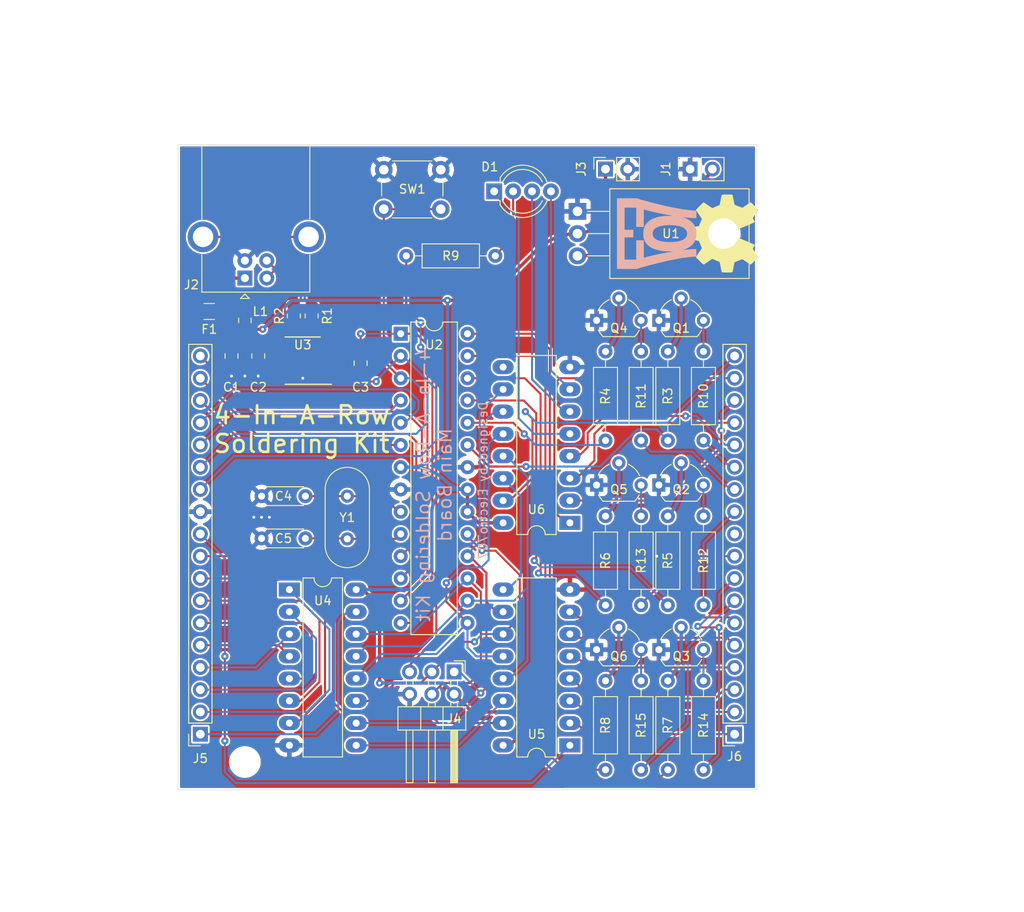
<source format=kicad_pcb>
(kicad_pcb (version 20210228) (generator pcbnew)
  (layers (0 "F.Cu" signal) (31 "B.Cu" signal) (34 "B.Paste" user) (35 "F.Paste" user) (36 "B.SilkS" user "B.Silkscreen") (37 "F.SilkS" user "F.Silkscreen") (38 "B.Mask" user) (39 "F.Mask" user) (44 "Edge.Cuts" user))
  (net 0 "")
  (net 1 "XTAL1")
  (net 2 "XTAL2")
  (net 3 "VCC")
  (net 4 "~RESET")
  (net 5 "DATA")
  (net 6 "SRCLK")
  (net 7 "~SRCLR")
  (net 8 "Net-(R3-Pad2)")
  (net 9 "Net-(R4-Pad2)")
  (net 10 "Net-(R5-Pad2)")
  (net 11 "Net-(R6-Pad2)")
  (net 12 "Button1")
  (net 13 "Button2")
  (net 14 "Button3")
  (net 15 "Button4")
  (net 16 "Button5")
  (net 17 "Button6")
  (net 18 "Button7")
  (net 19 "~OE")
  (net 20 "RCLK")
  (net 21 "Row3_LEDs")
  (net 22 "Row6_LEDs")
  (net 23 "Row2_LEDs")
  (net 24 "Row5_LEDs")
  (net 25 "Row1_LEDs")
  (net 26 "Row4_LEDs")
  (net 27 "/C4R")
  (net 28 "/C3B")
  (net 29 "/C3G")
  (net 30 "/C3R")
  (net 31 "/C2B")
  (net 32 "/C2G")
  (net 33 "/C2R")
  (net 34 "/C1B")
  (net 35 "/C1G")
  (net 36 "/C1R")
  (net 37 "/C6G")
  (net 38 "/C6B")
  (net 39 "/C7R")
  (net 40 "/C7G")
  (net 41 "/C7B")
  (net 42 "/C6R")
  (net 43 "/C5B")
  (net 44 "/C5G")
  (net 45 "/C5R")
  (net 46 "/C4B")
  (net 47 "/C4G")
  (net 48 "GND")
  (net 49 "Net-(U5-Pad9)")
  (net 50 "Net-(D1-Pad1)")
  (net 51 "Net-(D1-Pad3)")
  (net 52 "Status_LED")
  (net 53 "Net-(D1-Pad4)")
  (net 54 "Net-(R7-Pad2)")
  (net 55 "Button8")
  (net 56 "/R6")
  (net 57 "/R5")
  (net 58 "/R4")
  (net 59 "/R3")
  (net 60 "/R2")
  (net 61 "/R1")
  (net 62 "Row1_Base")
  (net 63 "Row2_Base")
  (net 64 "Row3_Base")
  (net 65 "Row4_Base")
  (net 66 "Row5_Base")
  (net 67 "Row6_Base")
  (net 68 "Net-(F1-Pad2)")
  (net 69 "Net-(F1-Pad1)")
  (net 70 "Net-(J1-Pad2)")
  (net 71 "unconnected-(J2-Pad5)")
  (net 77 "Net-(U4-Pad9)")
  (net 79 "/D+")
  (net 80 "/D-")
  (net 81 "Net-(C2-Pad1)")
  (net 82 "Net-(C3-Pad2)")
  (net 83 "/DR+")
  (net 84 "/DR-")
  (net 85 "Net-(R8-Pad2)")
  (net 86 "Net-(R9-Pad2)")
  (footprint "Connector_PinSocket_2.54mm:PinSocket_1x18_P2.54mm_Vertical" (layer "F.Cu") (at 104.14 144.78 180)
    (fp_text reference "J5")
    (fp_text value "Conn_01x18_Female")
  )
  (footprint "Connector_PinSocket_2.54mm:PinSocket_1x02_P2.54mm_Vertical" (layer "F.Cu") (at 150.368 80.264 90)
    (fp_text reference "J3")
    (fp_text value "Conn_01x02")
  )
  (footprint "Resistor_THT:R_Axial_DIN0207_L6.3mm_D2.5mm_P10.16mm_Horizontal" (layer "F.Cu") (at 150.368 101.092 -90)
    (fp_text reference "R4")
    (fp_text value "1k")
  )
  (footprint "Resistor_THT:R_Axial_DIN0207_L6.3mm_D2.5mm_P10.16mm_Horizontal" (layer "F.Cu") (at 157.48 138.684 -90)
    (fp_text reference "R7")
    (fp_text value "1k")
  )
  (footprint "Capacitor_THT:C_Disc_D4.3mm_W1.9mm_P5.00mm" (layer "F.Cu") (at 111.125 117.602)
    (fp_text reference "C4")
    (fp_text value "22pF")
  )
  (footprint "Capacitor_THT:C_Disc_D4.3mm_W1.9mm_P5.00mm" (layer "F.Cu") (at 111.125 122.428)
    (fp_text reference "C5")
    (fp_text value "22pF")
  )
  (footprint "Resistor_THT:R_Axial_DIN0207_L6.3mm_D2.5mm_P10.16mm_Horizontal" (layer "F.Cu") (at 150.368 138.684 -90)
    (fp_text reference "R8")
    (fp_text value "1k")
  )
  (footprint "Crystal:Crystal_HC49-4H_Vertical" (layer "F.Cu") (at 120.904 117.602 -90)
    (fp_text reference "Y1")
    (fp_text value "16 Mhz")
  )
  (footprint "Resistor_THT:R_Axial_DIN0207_L6.3mm_D2.5mm_P10.16mm_Horizontal" (layer "F.Cu") (at 157.48 119.888 -90)
    (fp_text reference "R5")
    (fp_text value "1k")
  )
  (footprint "Resistor_THT:R_Axial_DIN0207_L6.3mm_D2.5mm_P10.16mm_Horizontal" (layer "F.Cu") (at 157.48 101.092 -90)
    (fp_text reference "R3")
    (fp_text value "1k")
  )
  (footprint "Connector_PinSocket_2.54mm:PinSocket_1x02_P2.54mm_Vertical" (layer "F.Cu") (at 160.02 80.264 90)
    (fp_text reference "J1")
    (fp_text value "Conn_01x02")
  )
  (footprint "Capacitor_SMD:C_0805_2012Metric_Pad1.18x1.45mm_HandSolder" (layer "F.Cu") (at 107.696 101.6 -90)
    (fp_text reference "C1")
    (fp_text value "C")
  )
  (footprint "LED_THT:LED_D5.0mm-4_RGB_Wide_Pins" (layer "F.Cu") (at 137.668 82.804)
    (fp_text reference "D1")
    (fp_text value "LED_RCGB")
  )
  (footprint "Button_Switch_THT:SW_PUSH_6mm_H5mm" (layer "F.Cu") (at 131.572 84.836 180)
    (fp_text reference "SW1")
    (fp_text value "SW_SPST")
  )
  (footprint "Package_DIP:DIP-28_W7.62mm" (layer "F.Cu") (at 127 99.06)
    (fp_text reference "U2")
    (fp_text value "ATmega328P-P")
  )
  (footprint "Resistor_THT:R_Axial_DIN0207_L6.3mm_D2.5mm_P10.16mm_Horizontal" (layer "F.Cu") (at 137.795 90.17 180)
    (fp_text reference "R9")
    (fp_text value "330")
  )
  (footprint "Connector_PinHeader_2.54mm:PinHeader_2x03_P2.54mm_Horizontal" (layer "F.Cu") (at 133.096 137.668 -90)
    (fp_text reference "J4")
    (fp_text value "AVR-ISP-6")
  )
  (footprint "Package_TO_SOT_THT:TO-92_Wide" (layer "F.Cu") (at 156.464 97.536)
    (fp_text reference "Q1")
    (fp_text value "2N3904")
  )
  (footprint "Package_TO_SOT_THT:TO-92_Wide" (layer "F.Cu") (at 149.352 97.536)
    (fp_text reference "Q4")
    (fp_text value "2N3904")
  )
  (footprint "Package_TO_SOT_THT:TO-92_Wide" (layer "F.Cu") (at 149.352 116.332)
    (fp_text reference "Q5")
    (fp_text value "2N3904")
  )
  (footprint "Package_TO_SOT_THT:TO-92_Wide" (layer "F.Cu") (at 156.464 135.128)
    (fp_text reference "Q3")
    (fp_text value "2N3904")
  )
  (footprint "Package_TO_SOT_THT:TO-92_Wide" (layer "F.Cu") (at 149.352 135.128)
    (fp_text reference "Q6")
    (fp_text value "2N3904")
  )
  (footprint "Resistor_THT:R_Axial_DIN0207_L6.3mm_D2.5mm_P10.16mm_Horizontal" (layer "F.Cu") (at 161.544 111.252 90)
    (fp_text reference "R10")
    (fp_text value "100")
  )
  (footprint "Resistor_THT:R_Axial_DIN0207_L6.3mm_D2.5mm_P10.16mm_Horizontal" (layer "F.Cu") (at 154.432 111.252 90)
    (fp_text reference "R11")
    (fp_text value "100")
  )
  (footprint "Resistor_THT:R_Axial_DIN0207_L6.3mm_D2.5mm_P10.16mm_Horizontal" (layer "F.Cu") (at 161.544 130.048 90)
    (fp_text reference "R12")
    (fp_text value "100")
  )
  (footprint "Resistor_THT:R_Axial_DIN0207_L6.3mm_D2.5mm_P10.16mm_Horizontal" (layer "F.Cu") (at 154.432 130.048 90)
    (fp_text reference "R13")
    (fp_text value "100")
  )
  (footprint "Resistor_THT:R_Axial_DIN0207_L6.3mm_D2.5mm_P10.16mm_Horizontal" (layer "F.Cu") (at 154.432 148.844 90)
    (fp_text reference "R15")
    (fp_text value "100")
  )
  (footprint "Connector_PinSocket_2.54mm:PinSocket_1x18_P2.54mm_Vertical" (layer "F.Cu") (at 165.1 144.78 180)
    (fp_text reference "J6")
    (fp_text value "Conn_01x18_Female")
  )
  (footprint "Package_DIP:DIP-16_W7.62mm_LongPads" (layer "F.Cu") (at 146.304 146.05 180)
    (fp_text reference "U5")
    (fp_text value "74HC595")
  )
  (footprint "Package_TO_SOT_THT:TO-92_Wide" (layer "F.Cu") (at 156.464 116.332)
    (fp_text reference "Q2")
    (fp_text value "2N3904")
  )
  (footprint "Resistor_THT:R_Axial_DIN0207_L6.3mm_D2.5mm_P10.16mm_Horizontal" (layer "F.Cu") (at 150.368 119.888 -90)
    (fp_text reference "R6")
    (fp_text value "1k")
  )
  (footprint "Resistor_THT:R_Axial_DIN0207_L6.3mm_D2.5mm_P10.16mm_Horizontal" (layer "F.Cu") (at 161.544 148.844 90)
    (fp_text reference "R14")
    (fp_text value "100")
  )
  (footprint "MountingHole:MountingHole_3.2mm_M3_DIN965" (layer "F.Cu") (at 109.22 147.955)
    (fp_text reference "H1" hide)
    (fp_text value "MountingHole")
  )
  (footprint "Package_DIP:DIP-16_W7.62mm_LongPads" (layer "F.Cu") (at 114.3 128.27)
    (fp_text reference "U4")
    (fp_text value "74HC595")
  )
  (footprint "Package_DIP:DIP-16_W7.62mm_LongPads" (layer "F.Cu") (at 146.304 120.65 180)
    (fp_text reference "U6")
    (fp_text value "74HC595")
  )
  (footprint "Capacitor_SMD:C_0805_2012Metric_Pad1.18x1.45mm_HandSolder" (layer "F.Cu") (at 122.428 102.4255 -90)
    (fp_text reference "C3")
    (fp_text value "100nF")
  )
  (footprint "Fuse:Fuse_1206_3216Metric_Pad1.42x1.75mm_HandSolder" (layer "F.Cu") (at 105.156 96.52 180)
    (fp_text reference "F1")
    (fp_text value "Polyfuse")
  )
  (footprint "Inductor_SMD:L_0805_2012Metric_Pad1.15x1.40mm_HandSolder" (layer "F.Cu") (at 109.22 97.536 90)
    (fp_text reference "L1")
    (fp_text value "BLM21AG102SN1D")
  )
  (footprint "Package_SO:SSOP-16_3.9x4.9mm_P0.635mm" (layer "F.Cu") (at 115.824 102.108 180)
    (fp_text reference "U3")
    (fp_text value "FT230XS")
  )
  (footprint "Capacitor_SMD:C_0805_2012Metric_Pad1.18x1.45mm_HandSolder" (layer "F.Cu") (at 110.744 101.6 -90)
    (fp_text reference "C2")
    (fp_text value "100nF")
  )
  (footprint "Resistor_SMD:R_0805_2012Metric_Pad1.20x1.40mm_HandSolder" (layer "F.Cu") (at 116.84 97.028 90)
    (fp_text reference "R1")
    (fp_text value "27")
  )
  (footprint "Connector_USB:USB_B_OST_USB-B1HSxx_Horizontal" (layer "F.Cu") (at 109.22 92.71 90)
    (fp_text reference "J2")
    (fp_text value "USB_B")
  )
  (footprint "Symbol:OSHW-Symbol_8.9x8mm_SilkScreen" (layer "F.Cu") (at 163.83 87.63 90)
    (fp_text reference "REF**" hide)
    (fp_text value "OSHW-Symbol_8.9x8mm_SilkScreen" hide)
  )
  (footprint "Package_TO_SOT_THT:TO-220-3_Horizontal_TabDown" (layer "F.Cu") (at 147.17 85.09 -90)
    (fp_text reference "U1")
    (fp_text value "AZ1117-5.0")
  )
  (footprint "Resistor_SMD:R_0805_2012Metric_Pad1.20x1.40mm_HandSolder" (layer "F.Cu") (at 114.808 97.028 90)
    (fp_text reference "R2")
    (fp_text value "27")
  )
  (footprint "Logo:new_707_logo_10x11" (layer "B.Cu") (at 156.21 87.63 -90)
    (fp_text reference "G***" hide)
    (fp_text value "LOGO" hide)
  )
  (gr_line (start 101.6 95.25) (end 101.6 151.13) (layer "Edge.Cuts") (width 0.05))
  (gr_line (start 167.64 77.47) (end 167.64 95.25) (layer "Edge.Cuts") (width 0.05))
  (gr_line (start 101.6 95.25) (end 101.6 77.47) (layer "Edge.Cuts") (width 0.05))
  (gr_line (start 101.6 77.47) (end 133.35 77.47) (layer "Edge.Cuts") (width 0.05))
  (gr_line (start 133.35 77.47) (end 167.64 77.47) (layer "Edge.Cuts") (width 0.05))
  (gr_line (start 101.6 151.13) (end 167.64 151.13) (layer "Edge.Cuts") (width 0.05))
  (gr_line (start 167.64 151.13) (end 167.64 95.25) (layer "Edge.Cuts") (width 0.05))
  (gr_text "Designed by Electro707" (at 136.398 115.824 90) (layer "B.SilkS") (effects (font (size 1 1)) (justify mirror)))
  (gr_text "4-In-A-Row Soldering Kit\nMain Board" (at 130.81 116.332 90) (layer "B.SilkS") (effects (font (size 1.524 1.524) (thickness 0.1905)) (justify mirror)))
  (gr_text "4-In-A-Row\nSoldering Kit" (at 115.697 109.982) (layer "F.SilkS") (effects (font (size 2.032 2.032) (thickness 0.3))))
  (segment (start 116.379 117.602) (end 120.904 117.602) (width 0.2286) (layer "F.Cu") (net 1))
  (segment (start 120.904 117.602) (end 124.968 117.602) (width 0.2286) (layer "F.Cu") (net 1))
  (segment (start 116.125 117.348) (end 116.379 117.602) (width 0.2286) (layer "F.Cu") (net 1))
  (segment (start 124.968 117.602) (end 126.746 119.38) (width 0.2286) (layer "F.Cu") (net 1))
  (segment (start 126.746 119.38) (end 127 119.38) (width 0.2286) (layer "F.Cu") (net 1))
  (segment (start 120.904 122.482) (end 126.438 122.482) (width 0.2286) (layer "F.Cu") (net 2))
  (segment (start 116.125 122.428) (end 120.85 122.428) (width 0.2286) (layer "F.Cu") (net 2))
  (segment (start 126.438 122.482) (end 127 121.92) (width 0.2286) (layer "F.Cu") (net 2))
  (segment (start 120.85 122.428) (end 120.904 122.482) (width 0.2286) (layer "F.Cu") (net 2))
  (segment (start 142.439607 89.589393) (end 139.922074 92.106926) (width 0.381) (layer "F.Cu") (net 3))
  (segment (start 140.97 144.526) (end 139.446 146.05) (width 0.381) (layer "F.Cu") (net 3))
  (segment (start 109.22 98.561) (end 109.22 99.051) (width 0.381) (layer "F.Cu") (net 3))
  (segment (start 109.229 98.552) (end 109.22 98.561) (width 0.381) (layer "F.Cu") (net 3))
  (segment (start 150.368 80.264) (end 150.368 84.16116) (width 0.381) (layer "F.Cu") (net 3))
  (segment (start 109.22 99.051) (end 107.696 100.575) (width 0.381) (layer "F.Cu") (net 3))
  (segment (start 135.89 120.65) (end 138.684 120.65) (width 0.381) (layer "F.Cu") (net 3))
  (segment (start 111.252 98.552) (end 109.229 98.552) (width 0.381) (layer "F.Cu") (net 3))
  (segment (start 121.92 128.27) (end 122.682 128.27) (width 0.381) (layer "F.Cu") (net 3))
  (segment (start 135.128 142.24) (end 140.208 142.24) (width 0.381) (layer "F.Cu") (net 3))
  (segment (start 112.193498 101.6) (end 112.383998 101.7905) (width 0.381) (layer "F.Cu") (net 3))
  (segment (start 122.682 128.27) (end 124.587 130.175) (width 0.381) (layer "F.Cu") (net 3))
  (segment (start 149.352 86.614) (end 149.160487 86.805513) (width 0.381) (layer "F.Cu") (net 3))
  (segment (start 140.97 143.002) (end 140.97 144.526) (width 0.381) (layer "F.Cu") (net 3))
  (segment (start 108.721 101.6) (end 112.193498 101.6) (width 0.381) (layer "F.Cu") (net 3))
  (segment (start 134.62 116.84) (end 134.62 119.38) (width 0.381) (layer "F.Cu") (net 3))
  (segment (start 107.696 100.575) (end 108.721 101.6) (width 0.381) (layer "F.Cu") (net 3))
  (segment (start 112.383998 101.7905) (end 113.224 101.7905) (width 0.381) (layer "F.Cu") (net 3))
  (segment (start 134.62 119.38) (end 135.89 120.65) (width 0.381) (layer "F.Cu") (net 3))
  (segment (start 139.446 146.05) (end 138.684 146.05) (width 0.381) (layer "F.Cu") (net 3))
  (segment (start 140.208 142.24) (end 140.97 143.002) (width 0.381) (layer "F.Cu") (net 3))
  (segment (start 133.096 140.208) (end 135.128 142.24) (width 0.381) (layer "F.Cu") (net 3))
  (segment (start 124.587 130.175) (end 124.587 138.938) (width 0.381) (layer "F.Cu") (net 3))
  (via (at 124.587 138.938) (size 0.8128) (drill 0.3302) (layers "F.Cu" "B.Cu") (net 3))
  (via (at 111.252 98.552) (size 0.8128) (drill 0.3302) (layers "F.Cu" "B.Cu") (net 3))
  (via (at 132.334022 95.25) (size 0.8128) (drill 0.3302) (layers "F.Cu" "B.Cu") (net 3))
  (arc (start 139.922074 92.106926) (mid 136.440647 94.433142) (end 132.334022 95.25) (width 0.381) (layer "F.Cu") (net 3))
  (arc (start 150.368 84.16116) (mid 150.10395 85.488627) (end 149.352 86.614) (width 0.381) (layer "F.Cu") (net 3))
  (arc (start 147.17 87.63) (mid 144.60993 88.13923) (end 142.439607 89.589393) (width 0.381) (layer "F.Cu") (net 3))
  (arc (start 149.160487 86.805513) (mid 148.247245 87.415722) (end 147.17 87.63) (width 0.381) (layer "F.Cu") (net 3))
  (segment (start 128.27 128.27) (end 130.556 125.984) (width 0.381) (layer "B.Cu") (net 3))
  (segment (start 128.400739 114.3) (end 127 114.3) (width 0.381) (layer "B.Cu") (net 3))
  (segment (start 130.556 125.984) (end 130.556 125.183017) (width 0.381) (layer "B.Cu") (net 3))
  (segment (start 132.334022 109.981978) (end 132.334022 95.25) (width 0.381) (layer "B.Cu") (net 3))
  (segment (start 111.252 98.552) (end 114.554 95.25) (width 0.381) (layer "B.Cu") (net 3))
  (segment (start 130.7465 113.2205) (end 131.166588 112.800412) (width 0.381) (layer "B.Cu") (net 3))
  (segment (start 132.334022 95.25) (end 119.223733 95.25) (width 0.381) (layer "B.Cu") (net 3))
  (segment (start 132.219725 115.959537) (end 132.08 115.824) (width 0.381) (layer "B.Cu") (net 3))
  (segment (start 130.556 125.183017) (end 130.556 119.44163) (width 0.381) (layer "B.Cu") (net 3))
  (segment (start 127 114.3) (end 128.140357 114.3) (width 0.381) (layer "B.Cu") (net 3))
  (segment (start 133.15763 116.84) (end 134.62 116.84) (width 0.381) (layer "B.Cu") (net 3))
  (segment (start 130.556 125.183017) (end 130.556 125.085975) (width 0.381) (layer "B.Cu") (net 3))
  (segment (start 134.62 116.84) (end 134.53284 116.84) (width 0.381) (layer "B.Cu") (net 3))
  (segment (start 114.554 95.25) (end 119.223733 95.25) (width 0.381) (layer "B.Cu") (net 3))
  (segment (start 131.199742 117.724608) (end 131.318 117.602) (width 0.381) (layer "B.Cu") (net 3))
  (segment (start 131.826 138.938) (end 133.096 140.208) (width 0.381) (layer "B.Cu") (net 3))
  (segment (start 124.587 138.938) (end 131.826 138.938) (width 0.381) (layer "B.Cu") (net 3))
  (segment (start 121.92 128.27) (end 128.27 128.27) (width 0.381) (layer "B.Cu") (net 3))
  (arc (start 134.53284 116.84) (mid 133.205373 116.57595) (end 132.08 115.824) (width 0.381) (layer "B.Cu") (net 3))
  (arc (start 130.556 119.44163) (mid 130.754037 118.44603) (end 131.318 117.602) (width 0.381) (layer "B.Cu") (net 3))
  (arc (start 132.08 115.824) (mid 130.391942 114.696074) (end 128.400739 114.3) (width 0.381) (layer "B.Cu") (net 3))
  (arc (start 131.166588 112.800412) (mid 132.030616 111.507304) (end 132.334022 109.981978) (width 0.381) (layer "B.Cu") (net 3))
  (arc (start 128.140357 114.3) (mid 129.550791 114.019448) (end 130.7465 113.2205) (width 0.381) (layer "B.Cu") (net 3))
  (arc (start 131.318 117.602) (mid 132.162029 117.038038) (end 133.15763 116.84) (width 0.381) (layer "B.Cu") (net 3))
  (segment (start 128.016 136.906) (end 131.064 133.858) (width 0.2286) (layer "F.Cu") (net 4))
  (segment (start 131.064 133.858) (end 131.064 101.346) (width 0.2286) (layer "F.Cu") (net 4))
  (segment (start 131.064 101.346) (end 128.778 99.06) (width 0.2286) (layer "F.Cu") (net 4))
  (segment (start 122.428 101.4005) (end 122.428 99.06001) (width 0.2286) (layer "F.Cu") (net 4))
  (segment (start 128.778 99.06) (end 127 99.06) (width 0.2286) (layer "F.Cu") (net 4))
  (segment (start 128.016 137.668) (end 128.016 136.906) (width 0.2286) (layer "F.Cu") (net 4))
  (via (at 122.428 99.06001) (size 0.8128) (drill 0.3302) (layers "F.Cu" "B.Cu") (net 4))
  (segment (start 122.42801 99.06) (end 122.428 99.06001) (width 0.2286) (layer "B.Cu") (net 4))
  (segment (start 127 99.06) (end 122.42801 99.06) (width 0.2286) (layer "B.Cu") (net 4))
  (segment (start 131.826 138.938) (end 134.874 138.938) (width 0.2286) (layer "F.Cu") (net 5))
  (segment (start 136.144 137.668) (end 136.144 128.524) (width 0.2286) (layer "F.Cu") (net 5))
  (segment (start 136.144 128.524) (end 134.62 127) (width 0.2286) (layer "F.Cu") (net 5))
  (segment (start 134.874 138.938) (end 136.144 137.668) (width 0.2286) (layer "F.Cu") (net 5))
  (segment (start 130.556 140.208) (end 131.826 138.938) (width 0.2286) (layer "F.Cu") (net 5))
  (segment (start 128.27 133.35) (end 134.62 127) (width 0.2286) (layer "B.Cu") (net 5))
  (segment (start 121.92 133.35) (end 128.27 133.35) (width 0.2286) (layer "B.Cu") (net 5))
  (segment (start 134.799611 122.353619) (end 136.271 123.825008) (width 0.2286) (layer "F.Cu") (net 6))
  (segment (start 136.271 123.825008) (end 137.809094 123.825008) (width 0.2286) (layer "F.Cu") (net 6))
  (segment (start 136.271 123.825008) (end 136.271008 123.825) (width 0.2286) (layer "F.Cu") (net 6))
  (segment (start 126.365 138.938) (end 129.286 138.938) (width 0.2286) (layer "F.Cu") (net 6))
  (segment (start 121.92 140.97) (end 124.333 140.97) (width 0.2286) (layer "F.Cu") (net 6))
  (segment (start 135.419 134.239) (end 133.985 134.239) (width 0.2286) (layer "F.Cu") (net 6))
  (segment (start 140.589 126.604914) (end 140.589 131.445) (width 0.2286) (layer "F.Cu") (net 6))
  (segment (start 140.589 131.445) (end 138.684 133.35) (width 0.2286) (layer "F.Cu") (net 6))
  (segment (start 124.333 140.97) (end 126.365 138.938) (width 0.2286) (layer "F.Cu") (net 6))
  (segment (start 139.192 133.35) (end 138.684 133.35) (width 0.2286) (layer "F.Cu") (net 6))
  (segment (start 129.286 138.938) (end 130.556 137.668) (width 0.2286) (layer "F.Cu") (net 6))
  (segment (start 133.985 134.239) (end 131.405999 136.818001) (width 0.2286) (layer "F.Cu") (net 6))
  (segment (start 137.809094 123.825008) (end 140.589 126.604914) (width 0.2286) (layer "F.Cu") (net 6))
  (segment (start 131.405999 136.818001) (end 130.556 137.668) (width 0.2286) (layer "F.Cu") (net 6))
  (via (at 136.271 123.825008) (size 0.8128) (drill 0.3302) (layers "F.Cu" "B.Cu") (net 6))
  (via (at 135.419 134.239) (size 0.8128) (drill 0.3302) (layers "F.Cu" "B.Cu") (net 6))
  (arc (start 134.62 121.92) (mid 134.666679 122.154673) (end 134.799611 122.353619) (width 0.25) (layer "F.Cu") (net 6))
  (segment (start 138.684 107.95) (end 137.705 107.95) (width 0.2286) (layer "B.Cu") (net 6))
  (segment (start 135.419 134.239) (end 136.308 133.35) (width 0.2286) (layer "B.Cu") (net 6))
  (segment (start 136.543999 109.111001) (end 136.543999 123.552009) (width 0.2286) (layer "B.Cu") (net 6))
  (segment (start 137.705 107.95) (end 136.543999 109.111001) (width 0.2286) (layer "B.Cu") (net 6))
  (segment (start 136.543999 123.552009) (end 136.271 123.825008) (width 0.2286) (layer "B.Cu") (net 6))
  (segment (start 136.308 133.35) (end 138.684 133.35) (width 0.2286) (layer "B.Cu") (net 6))
  (segment (start 136.779 129.413) (end 136.779 129.794) (width 0.2286) (layer "F.Cu") (net 7))
  (segment (start 136.779 139.446) (end 136.144 140.081) (width 0.2286) (layer "F.Cu") (net 7))
  (segment (start 134.874 124.46) (end 136.779 126.365) (width 0.2286) (layer "F.Cu") (net 7))
  (segment (start 138.684 130.81) (end 137.922 130.81) (width 0.2286) (layer "F.Cu") (net 7))
  (segment (start 134.62 124.46) (end 134.874 124.46) (width 0.2286) (layer "F.Cu") (net 7))
  (segment (start 137.922 130.81) (end 136.779 129.667) (width 0.2286) (layer "F.Cu") (net 7))
  (segment (start 136.779 129.667) (end 136.779 128.397) (width 0.2286) (layer "F.Cu") (net 7))
  (segment (start 136.779 126.365) (end 136.779 139.446) (width 0.2286) (layer "F.Cu") (net 7))
  (segment (start 136.779 128.397) (end 136.779 128.651) (width 0.2286) (layer "F.Cu") (net 7))
  (segment (start 136.779 126.365) (end 136.779 128.397) (width 0.2286) (layer "F.Cu") (net 7))
  (segment (start 137.795 130.81) (end 138.684 130.81) (width 0.2286) (layer "F.Cu") (net 7))
  (via (at 136.144 140.081) (size 0.8128) (drill 0.3302) (layers "F.Cu" "B.Cu") (net 7))
  (segment (start 136.144 140.081) (end 132.715 143.51) (width 0.2286) (layer "B.Cu") (net 7))
  (segment (start 138.684 105.41) (end 136.017 108.077) (width 0.2286) (layer "B.Cu") (net 7))
  (segment (start 131.906777 143.51) (end 131.572 143.51) (width 0.2286) (layer "B.Cu") (net 7))
  (segment (start 134.62 124.206) (end 134.62 124.46) (width 0.2286) (layer "B.Cu") (net 7))
  (segment (start 136.144 140.081) (end 133.731 137.668) (width 0.2286) (layer "B.Cu") (net 7))
  (segment (start 133.731 137.668) (end 133.096 137.668) (width 0.2286) (layer "B.Cu") (net 7))
  (segment (start 131.906777 143.51) (end 121.92 143.51) (width 0.2286) (layer "B.Cu") (net 7))
  (segment (start 136.017 108.077) (end 136.017 122.809) (width 0.2286) (layer "B.Cu") (net 7))
  (segment (start 132.715 143.51) (end 131.906777 143.51) (width 0.2286) (layer "B.Cu") (net 7))
  (segment (start 136.017 122.809) (end 134.62 124.206) (width 0.2286) (layer "B.Cu") (net 7))
  (segment (start 137.08234 114.22234) (end 141.30166 114.22234) (width 0.2286) (layer "F.Cu") (net 8))
  (segment (start 137.08234 114.22234) (end 138.050142 114.22234) (width 0.2286) (layer "F.Cu") (net 8))
  (segment (start 134.62 111.76) (end 137.08234 114.22234) (width 0.2286) (layer "F.Cu") (net 8))
  (via (at 141.30166 114.22234) (size 0.8128) (drill 0.3302) (layers "F.Cu" "B.Cu") (net 8))
  (segment (start 156.21 109.982) (end 153.9875 109.982) (width 0.2286) (layer "B.Cu") (net 8))
  (segment (start 153.9875 109.982) (end 149.74716 114.22234) (width 0.2286) (layer "B.Cu") (net 8))
  (segment (start 149.74716 114.22234) (end 141.867345 114.22234) (width 0.2286) (layer "B.Cu") (net 8))
  (segment (start 141.867345 114.22234) (end 141.30166 114.22234) (width 0.2286) (layer "B.Cu") (net 8))
  (segment (start 157.48 111.252) (end 156.21 109.982) (width 0.2286) (layer "B.Cu") (net 8))
  (segment (start 134.62 109.22) (end 139.827 109.22) (width 0.2286) (layer "F.Cu") (net 9))
  (segment (start 139.827 109.22) (end 141.097 110.49) (width 0.2286) (layer "F.Cu") (net 9))
  (via (at 141.097 110.49) (size 0.8128) (drill 0.3302) (layers "F.Cu" "B.Cu") (net 9))
  (segment (start 142.367 111.76) (end 149.86 111.76) (width 0.2286) (layer "B.Cu") (net 9))
  (segment (start 141.097 110.49) (end 142.367 111.76) (width 0.2286) (layer "B.Cu") (net 9))
  (segment (start 142.367 111.76) (end 144.163051 111.76) (width 0.2286) (layer "B.Cu") (net 9))
  (segment (start 149.86 111.76) (end 150.368 111.252) (width 0.2286) (layer "B.Cu") (net 9))
  (segment (start 142.24 124.968) (end 142.464787 124.743213) (width 0.2286) (layer "F.Cu") (net 10))
  (segment (start 141.025389 106.68) (end 134.62 106.68) (width 0.2286) (layer "F.Cu") (net 10))
  (segment (start 142.464787 108.119398) (end 141.025389 106.68) (width 0.2286) (layer "F.Cu") (net 10))
  (segment (start 142.464787 124.743213) (end 142.464787 108.119398) (width 0.2286) (layer "F.Cu") (net 10))
  (via (at 142.24 124.968) (size 0.8128) (drill 0.3302) (layers "F.Cu" "B.Cu") (net 10))
  (segment (start 142.990502 125.718502) (end 153.150502 125.718502) (width 0.2286) (layer "B.Cu") (net 10))
  (segment (start 142.24 124.968) (end 142.990502 125.718502) (width 0.2286) (layer "B.Cu") (net 10))
  (segment (start 153.150502 125.718502) (end 157.48 130.048) (width 0.2286) (layer "B.Cu") (net 10))
  (segment (start 141.155988 104.14) (end 134.62 104.14) (width 0.2286) (layer "F.Cu") (net 11))
  (segment (start 142.963911 126.152576) (end 142.963911 105.947923) (width 0.2286) (layer "F.Cu") (net 11))
  (segment (start 142.723816 126.392671) (end 142.963911 126.152576) (width 0.2286) (layer "F.Cu") (net 11))
  (segment (start 142.963911 105.947923) (end 141.155988 104.14) (width 0.2286) (layer "F.Cu") (net 11))
  (via (at 142.723816 126.392671) (size 0.8128) (drill 0.3302) (layers "F.Cu" "B.Cu") (net 11))
  (segment (start 142.723816 126.392671) (end 142.950145 126.619) (width 0.2286) (layer "B.Cu") (net 11))
  (segment (start 146.939 126.619) (end 150.368 130.048) (width 0.2286) (layer "B.Cu") (net 11))
  (segment (start 142.950145 126.619) (end 146.939 126.619) (width 0.2286) (layer "B.Cu") (net 11))
  (segment (start 119.6975 104.3305) (end 118.424 104.3305) (width 0.2286) (layer "F.Cu") (net 12))
  (segment (start 119.888 104.521) (end 119.6975 104.3305) (width 0.2286) (layer "F.Cu") (net 12))
  (segment (start 124.206 104.521) (end 119.888 104.521) (width 0.2286) (layer "F.Cu") (net 12))
  (via (at 124.206 104.521) (size 0.8128) (drill 0.3302) (layers "F.Cu" "B.Cu") (net 12))
  (segment (start 107.95 113.03) (end 129.286 113.03) (width 0.2286) (layer "B.Cu") (net 12))
  (segment (start 124.206 104.394) (end 127 101.6) (width 0.2286) (layer "B.Cu") (net 12))
  (segment (start 131.064 110.205185) (end 131.064 109.982) (width 0.2286) (layer "B.Cu") (net 12))
  (segment (start 131.064 110.205185) (end 131.064 111.252) (width 0.2286) (layer "B.Cu") (net 12))
  (segment (start 131.064 106.12842) (end 131.064 106.68) (width 0.2286) (layer "B.Cu") (net 12))
  (segment (start 128.778 113.03) (end 129.286 113.03) (width 0.2286) (layer "B.Cu") (net 12))
  (segment (start 127 101.6) (end 127.254 101.6) (width 0.2286) (layer "B.Cu") (net 12))
  (segment (start 131.064 105.41) (end 131.064 106.12842) (width 0.2286) (layer "B.Cu") (net 12))
  (segment (start 124.206 104.521) (end 124.206 104.394) (width 0.2286) (layer "B.Cu") (net 12))
  (segment (start 127.254 101.6) (end 131.064 105.41) (width 0.2286) (layer "B.Cu") (net 12))
  (segment (start 131.064 110.205185) (end 131.064 106.12842) (width 0.2286) (layer "B.Cu") (net 12))
  (segment (start 104.14 116.84) (end 107.95 113.03) (width 0.2286) (layer "B.Cu") (net 12))
  (segment (start 129.286 113.03) (end 131.064 111.252) (width 0.2286) (layer "B.Cu") (net 12))
  (segment (start 107.95 113.03) (end 110.744 113.03) (width 0.2286) (layer "B.Cu") (net 12))
  (segment (start 118.424 102.4255) (end 125.2855 102.4255) (width 0.2286) (layer "F.Cu") (net 13))
  (segment (start 126.8095 104.3305) (end 127 104.14) (width 0.2286) (layer "F.Cu") (net 13))
  (segment (start 125.2855 102.4255) (end 127 104.14) (width 0.2286) (layer "F.Cu") (net 13))
  (segment (start 128.13137 104.14) (end 130.048 106.05663) (width 0.2286) (layer "B.Cu") (net 13))
  (segment (start 107.95 110.49) (end 110.744 110.49) (width 0.2286) (layer "B.Cu") (net 13))
  (segment (start 130.048 109.22) (end 128.778 110.49) (width 0.2286) (layer "B.Cu") (net 13))
  (segment (start 128.778 110.49) (end 107.95 110.49) (width 0.2286) (layer "B.Cu") (net 13))
  (segment (start 128.778 110.49) (end 128.016 110.49) (width 0.2286) (layer "B.Cu") (net 13))
  (segment (start 104.14 114.3) (end 107.95 110.49) (width 0.2286) (layer "B.Cu") (net 13))
  (segment (start 130.048 106.05663) (end 130.048 109.22) (width 0.2286) (layer "B.Cu") (net 13))
  (segment (start 127 104.14) (end 128.13137 104.14) (width 0.2286) (layer "B.Cu") (net 13))
  (segment (start 104.14 111.76) (end 107.95 107.95) (width 0.2286) (layer "B.Cu") (net 14))
  (segment (start 125.73 107.95) (end 127 106.68) (width 0.2286) (layer "B.Cu") (net 14))
  (segment (start 107.95 107.95) (end 125.73 107.95) (width 0.2286) (layer "B.Cu") (net 14))
  (segment (start 107.95 107.95) (end 110.744 107.95) (width 0.2286) (layer "B.Cu") (net 14))
  (segment (start 129.032 107.696) (end 127.508 109.22) (width 0.2286) (layer "B.Cu") (net 15))
  (segment (start 127.508 109.22) (end 127 109.22) (width 0.2286) (layer "B.Cu") (net 15))
  (segment (start 107.95 105.41) (end 127.762 105.41) (width 0.2286) (layer "B.Cu") (net 15))
  (segment (start 104.14 109.22) (end 107.95 105.41) (width 0.2286) (layer "B.Cu") (net 15))
  (segment (start 127.762 105.41) (end 129.032 106.68) (width 0.2286) (layer "B.Cu") (net 15))
  (segment (start 129.032 106.68) (end 129.032 107.696) (width 0.2286) (layer "B.Cu") (net 15))
  (segment (start 127 111.76) (end 109.22 111.76) (width 0.2286) (layer "F.Cu") (net 16))
  (segment (start 109.22 111.76) (end 104.14 106.68) (width 0.2286) (layer "F.Cu") (net 16))
  (segment (start 127.889 110.49) (end 128.778 111.379) (width 0.2286) (layer "F.Cu") (net 17))
  (segment (start 104.14 104.14) (end 110.49 110.49) (width 0.2286) (layer "F.Cu") (net 17))
  (segment (start 128.778 111.379) (end 128.778 122.682) (width 0.2286) (layer "F.Cu") (net 17))
  (segment (start 110.49 110.49) (end 127.889 110.49) (width 0.2286) (layer "F.Cu") (net 17))
  (segment (start 128.778 122.682) (end 127 124.46) (width 0.2286) (layer "F.Cu") (net 17))
  (segment (start 127.508 107.95) (end 129.413 109.855) (width 0.2286) (layer "F.Cu") (net 18))
  (segment (start 104.14 101.6) (end 110.49 107.95) (width 0.2286) (layer "F.Cu") (net 18))
  (segment (start 110.49 107.95) (end 127.508 107.95) (width 0.2286) (layer "F.Cu") (net 18))
  (segment (start 129.413 124.587) (end 127 127) (width 0.2286) (layer "F.Cu") (net 18))
  (segment (start 129.413 109.855) (end 129.413 124.587) (width 0.2286) (layer "F.Cu") (net 18))
  (segment (start 141.478 128.016) (end 141.478 124.46) (width 0.2286) (layer "B.Cu") (net 19))
  (segment (start 141.478 124.0155) (end 141.478 124.46) (width 0.2286) (layer "B.Cu") (net 19))
  (segment (start 139.084 113.03) (end 141.478 115.424) (width 0.2286) (layer "B.Cu") (net 19))
  (segment (start 128.69458 134.747) (end 123.063 134.747) (width 0.2286) (layer "B.Cu") (net 19))
  (segment (start 128.69458 134.747) (end 129.413 134.747) (width 0.2286) (layer "B.Cu") (net 19))
  (segment (start 139.446 138.43) (end 141.478 136.398) (width 0.2286) (layer "B.Cu") (net 19))
  (segment (start 139.954 129.54) (end 141.478 128.016) (width 0.2286) (layer "B.Cu") (net 19))
  (segment (start 134.62 129.54) (end 139.954 129.54) (width 0.2286) (layer "B.Cu") (net 19))
  (segment (start 141.478 127.8255) (end 141.478 124.46) (width 0.2286) (layer "B.Cu") (net 19))
  (segment (start 129.413 134.747) (end 134.62 129.54) (width 0.2286) (layer "B.Cu") (net 19))
  (segment (start 123.063 134.747) (end 121.92 135.89) (width 0.2286) (layer "B.Cu") (net 19))
  (segment (start 138.684 138.43) (end 139.446 138.43) (width 0.2286) (layer "B.Cu") (net 19))
  (segment (start 141.478 136.398) (end 141.478 128.016) (width 0.2286) (layer "B.Cu") (net 19))
  (segment (start 138.684 113.03) (end 139.084 113.03) (width 0.2286) (layer "B.Cu") (net 19))
  (segment (start 128.69458 134.747) (end 128.143 134.747) (width 0.2286) (layer "B.Cu") (net 19))
  (segment (start 141.478 115.424) (end 141.478 124.0155) (width 0.2286) (layer "B.Cu") (net 19))
  (segment (start 121.98537 135.824631) (end 121.92 135.89) (width 0.2286) (layer "B.Cu") (net 19))
  (segment (start 132.207 127.508) (end 132.207 129.667) (width 0.2286) (layer "F.Cu") (net 20))
  (segment (start 132.207 129.667) (end 134.62 132.08) (width 0.2286) (layer "F.Cu") (net 20))
  (via (at 132.207 127.508) (size 0.8128) (drill 0.3302) (layers "F.Cu" "B.Cu") (net 20))
  (segment (start 134.62 132.08) (end 134.62 134.874) (width 0.2286) (layer "B.Cu") (net 20))
  (segment (start 132.207 127.508) (end 132.207 127.450315) (width 0.2286) (layer "B.Cu") (net 20))
  (segment (start 133.927315 125.73) (end 136.2075 125.73) (width 0.2286) (layer "B.Cu") (net 20))
  (segment (start 134.62 134.874) (end 135.636 135.89) (width 0.2286) (layer "B.Cu") (net 20))
  (segment (start 135.636 135.89) (end 136.645617 135.89) (width 0.2286) (layer "B.Cu") (net 20))
  (segment (start 137.033 111.633) (end 138.176 110.49) (width 0.2286) (layer "B.Cu") (net 20))
  (segment (start 138.176 110.49) (end 138.684 110.49) (width 0.2286) (layer "B.Cu") (net 20))
  (segment (start 136.2075 125.73) (end 137.033 124.9045) (width 0.2286) (layer "B.Cu") (net 20))
  (segment (start 137.033 124.9045) (end 137.033 111.633) (width 0.2286) (layer "B.Cu") (net 20))
  (segment (start 131.064 135.636) (end 134.62 132.08) (width 0.2286) (layer "B.Cu") (net 20))
  (segment (start 132.207 127.450315) (end 133.927315 125.73) (width 0.2286) (layer "B.Cu") (net 20))
  (segment (start 122.558738 137.791261) (end 121.92 138.43) (width 0.2286) (layer "B.Cu") (net 20))
  (segment (start 124.714 135.636) (end 131.064 135.636) (width 0.2286) (layer "B.Cu") (net 20))
  (segment (start 121.92 138.43) (end 124.714 135.636) (width 0.2286) (layer "B.Cu") (net 20))
  (segment (start 124.714 135.636) (end 127.762 135.636) (width 0.2286) (layer "B.Cu") (net 20))
  (segment (start 136.645617 135.89) (end 138.684 135.89) (width 0.2286) (layer "B.Cu") (net 20))
  (segment (start 161.544 116.332) (end 161.544 119.888) (width 0.2286) (layer "B.Cu") (net 21))
  (segment (start 154.432 138.684) (end 154.432 135.128) (width 0.2286) (layer "B.Cu") (net 22))
  (segment (start 154.432 97.536) (end 154.432 101.092) (width 0.2286) (layer "B.Cu") (net 23))
  (segment (start 161.544 135.128) (end 161.544 136.18866) (width 0.2286) (layer "B.Cu") (net 24))
  (segment (start 161.544 136.18866) (end 161.544 138.684) (width 0.2286) (layer "B.Cu") (net 24))
  (segment (start 161.544 97.536) (end 161.544 101.092) (width 0.2286) (layer "B.Cu") (net 25))
  (segment (start 154.432 119.888) (end 154.432 116.332) (width 0.2286) (layer "B.Cu") (net 26))
  (segment (start 106.934 135.88998) (end 106.934 145.542) (width 0.2286) (layer "F.Cu") (net 27))
  (via (at 106.934 145.542) (size 0.8128) (drill 0.3302) (layers "F.Cu" "B.Cu") (net 27))
  (via (at 106.934 135.88998) (size 0.8128) (drill 0.3302) (layers "F.Cu" "B.Cu") (net 27))
  (segment (start 104.14 121.92) (end 106.934 124.714) (width 0.2286) (layer "B.Cu") (net 27))
  (segment (start 106.934 124.714) (end 106.934 135.88998) (width 0.2286) (layer "B.Cu") (net 27))
  (segment (start 106.934 124.714) (end 106.934 125.984) (width 0.2286) (layer "B.Cu") (net 27))
  (segment (start 141.986 150.368) (end 108.204 150.368) (width 0.2286) (layer "B.Cu") (net 27))
  (segment (start 106.934 149.098) (end 106.934 145.542) (width 0.2286) (layer "B.Cu") (net 27))
  (segment (start 146.304 146.05) (end 141.986 150.368) (width 0.2286) (layer "B.Cu") (net 27))
  (segment (start 108.204 150.368) (end 106.934 149.098) (width 0.2286) (layer "B.Cu") (net 27))
  (segment (start 119.253 141.097) (end 120.396 142.24) (width 0.2286) (layer "F.Cu") (net 28))
  (segment (start 119.253 128.016) (end 119.253 141.097) (width 0.2286) (layer "F.Cu") (net 28))
  (segment (start 104.14 124.46) (end 115.697 124.46) (width 0.2286) (layer "F.Cu") (net 28))
  (segment (start 130.048 142.24) (end 131.318 143.51) (width 0.2286) (layer "F.Cu") (net 28))
  (segment (start 115.697 124.46) (end 119.253 128.016) (width 0.2286) (layer "F.Cu") (net 28))
  (segment (start 120.396 142.24) (end 130.048 142.24) (width 0.2286) (layer "F.Cu") (net 28))
  (segment (start 131.318 143.51) (end 138.684 143.51) (width 0.2286) (layer "F.Cu") (net 28))
  (segment (start 118.364 140.33641) (end 115.19041 143.51) (width 0.2286) (layer "F.Cu") (net 29))
  (segment (start 116.332 127) (end 118.364 129.032) (width 0.2286) (layer "F.Cu") (net 29))
  (segment (start 118.364 129.032) (end 118.364 140.33641) (width 0.2286) (layer "F.Cu") (net 29))
  (segment (start 104.14 127) (end 116.332 127) (width 0.2286) (layer "F.Cu") (net 29))
  (segment (start 115.19041 143.51) (end 114.3 143.51) (width 0.2286) (layer "F.Cu") (net 29))
  (segment (start 104.14 129.54) (end 115.57 129.54) (width 0.2286) (layer "F.Cu") (net 30))
  (segment (start 117.729 138.811) (end 115.57 140.97) (width 0.2286) (layer "F.Cu") (net 30))
  (segment (start 115.57 140.97) (end 114.3 140.97) (width 0.2286) (layer "F.Cu") (net 30))
  (segment (start 117.729 131.699) (end 117.729 138.811) (width 0.2286) (layer "F.Cu") (net 30))
  (segment (start 115.57 129.54) (end 117.729 131.699) (width 0.2286) (layer "F.Cu") (net 30))
  (segment (start 116.078 138.43) (end 114.3 138.43) (width 0.2286) (layer "F.Cu") (net 31))
  (segment (start 116.84 137.668) (end 116.078 138.43) (width 0.2286) (layer "F.Cu") (net 31))
  (segment (start 115.824 132.08) (end 116.84 133.096) (width 0.2286) (layer "F.Cu") (net 31))
  (segment (start 104.14 132.08) (end 115.824 132.08) (width 0.2286) (layer "F.Cu") (net 31))
  (segment (start 116.84 133.096) (end 116.84 137.668) (width 0.2286) (layer "F.Cu") (net 31))
  (segment (start 104.14 134.62) (end 113.03 134.62) (width 0.2286) (layer "F.Cu") (net 32))
  (segment (start 113.03 134.62) (end 114.3 135.89) (width 0.2286) (layer "F.Cu") (net 32))
  (segment (start 110.49 137.16) (end 114.3 133.35) (width 0.2286) (layer "B.Cu") (net 33))
  (segment (start 104.14 137.16) (end 110.49 137.16) (width 0.2286) (layer "B.Cu") (net 33))
  (segment (start 104.14 139.7) (end 116.0145 139.7) (width 0.2286) (layer "B.Cu") (net 34))
  (segment (start 117.348 133.858) (end 114.3 130.81) (width 0.2286) (layer "B.Cu") (net 34))
  (segment (start 117.348 134.448746) (end 117.348 133.858) (width 0.2286) (layer "B.Cu") (net 34))
  (segment (start 117.348 138.107988) (end 117.348 137.922) (width 0.2286) (layer "B.Cu") (net 34))
  (segment (start 117.348 138.3665) (end 117.348 138.107988) (width 0.2286) (layer "B.Cu") (net 34))
  (segment (start 117.348 134.448746) (end 117.348 138.107988) (width 0.2286) (layer "B.Cu") (net 34))
  (segment (start 116.0145 139.7) (end 117.348 138.3665) (width 0.2286) (layer "B.Cu") (net 34))
  (segment (start 117.348 134.448746) (end 117.348 134.874) (width 0.2286) (layer "B.Cu") (net 34))
  (segment (start 118.872 132.978025) (end 118.872 133.096) (width 0.2286) (layer "B.Cu") (net 35))
  (segment (start 104.14 142.24) (end 116.332 142.24) (width 0.2286) (layer "B.Cu") (net 35))
  (segment (start 118.872 139.7) (end 118.872 139.563975) (width 0.2286) (layer "B.Cu") (net 35))
  (segment (start 118.872 132.842) (end 118.872 132.978025) (width 0.2286) (layer "B.Cu") (net 35))
  (segment (start 118.872 139.7) (end 118.872 132.978025) (width 0.2286) (layer "B.Cu") (net 35))
  (segment (start 114.3 128.27) (end 118.872 132.842) (width 0.2286) (layer "B.Cu") (net 35))
  (segment (start 116.332 142.24) (end 118.872 139.7) (width 0.2286) (layer "B.Cu") (net 35))
  (segment (start 119.888 132.364815) (end 119.888 133.096) (width 0.2286) (layer "B.Cu") (net 36))
  (segment (start 120.904 130.81) (end 120.269 131.445) (width 0.2286) (layer "B.Cu") (net 36))
  (segment (start 119.888 142.24) (end 117.348 144.78) (width 0.2286) (layer "B.Cu") (net 36))
  (segment (start 121.92 130.81) (end 120.904 130.81) (width 0.2286) (layer "B.Cu") (net 36))
  (segment (start 117.348 144.78) (end 104.14 144.78) (width 0.2286) (layer "B.Cu") (net 36))
  (segment (start 119.888 132.364815) (end 119.888 142.24) (width 0.2286) (layer "B.Cu") (net 36))
  (arc (start 120.269 131.445) (mid 119.987019 131.867014) (end 119.888 132.364815) (width 0.25) (layer "B.Cu") (net 36))
  (segment (start 142.032967 108.758967) (end 142.032967 109.903019) (width 0.2286) (layer "F.Cu") (net 37))
  (segment (start 141.224 107.95) (end 142.032967 108.758967) (width 0.2286) (layer "F.Cu") (net 37))
  (segment (start 142.032967 115.523033) (end 139.446 118.11) (width 0.2286) (layer "F.Cu") (net 37))
  (segment (start 142.032967 108.758967) (end 142.032967 115.523033) (width 0.2286) (layer "F.Cu") (net 37))
  (segment (start 139.446 118.11) (end 138.684 118.11) (width 0.2286) (layer "F.Cu") (net 37))
  (via (at 141.224 107.95) (size 0.8128) (drill 0.3302) (layers "F.Cu" "B.Cu") (net 37))
  (segment (start 141.224 107.95) (end 141.416369 108.142369) (width 0.2286) (layer "B.Cu") (net 37))
  (segment (start 157.48 109.22) (end 142.494 109.22) (width 0.2286) (layer "B.Cu") (net 37))
  (segment (start 142.494 109.22) (end 141.224 107.95) (width 0.2286) (layer "B.Cu") (net 37))
  (segment (start 165.1 101.6) (end 157.48 109.22) (width 0.2286) (layer "B.Cu") (net 37))
  (segment (start 144.526 119.38) (end 144.526 104.775) (width 0.2286) (layer "F.Cu") (net 38))
  (segment (start 161.29 104.14) (end 165.1 104.14) (width 0.2286) (layer "F.Cu") (net 38))
  (segment (start 145.161 104.14) (end 161.29 104.14) (width 0.2286) (layer "F.Cu") (net 38))
  (segment (start 146.304 120.65) (end 145.796 120.65) (width 0.2286) (layer "F.Cu") (net 38))
  (segment (start 144.526 104.775) (end 145.161 104.14) (width 0.2286) (layer "F.Cu") (net 38))
  (segment (start 145.796 120.65) (end 144.526 119.38) (width 0.2286) (layer "F.Cu") (net 38))
  (segment (start 163.576 112.014) (end 163.576 110.109) (width 0.2286) (layer "F.Cu") (net 39))
  (segment (start 157.48 118.11) (end 163.576 112.014) (width 0.2286) (layer "F.Cu") (net 39))
  (segment (start 146.304 118.11) (end 157.48 118.11) (width 0.2286) (layer "F.Cu") (net 39))
  (via (at 163.576 110.109) (size 0.8128) (drill 0.3302) (layers "F.Cu" "B.Cu") (net 39))
  (segment (start 165.1 106.68) (end 163.576 108.204) (width 0.2286) (layer "B.Cu") (net 39))
  (segment (start 163.576 108.204) (end 163.576 110.109) (width 0.2286) (layer "B.Cu") (net 39))
  (segment (start 147.066 115.57) (end 149.098 113.538) (width 0.2286) (layer "F.Cu") (net 40))
  (segment (start 163.897919 109.22) (end 165.1 109.22) (width 0.2286) (layer "F.Cu") (net 40))
  (segment (start 146.304 115.57) (end 147.066 115.57) (width 0.2286) (layer "F.Cu") (net 40))
  (segment (start 149.098 113.538) (end 149.098 110.49) (width 0.2286) (layer "F.Cu") (net 40))
  (segment (start 149.098 110.49) (end 150.368 109.22) (width 0.2286) (layer "F.Cu") (net 40))
  (segment (start 150.368 109.22) (end 163.897919 109.22) (width 0.2286) (layer "F.Cu") (net 40))
  (segment (start 148.336 110.36159) (end 150.23959 108.458) (width 0.2286) (layer "F.Cu") (net 41))
  (segment (start 148.336 112.014) (end 148.336 110.36159) (width 0.2286) (layer "F.Cu") (net 41))
  (segment (start 146.304 113.03) (end 147.32 113.03) (width 0.2286) (layer "F.Cu") (net 41))
  (segment (start 150.23959 108.458) (end 159.512 108.458) (width 0.2286) (layer "F.Cu") (net 41))
  (segment (start 147.32 113.03) (end 148.336 112.014) (width 0.2286) (layer "F.Cu") (net 41))
  (via (at 159.512 108.458) (size 0.8128) (drill 0.3302) (layers "F.Cu" "B.Cu") (net 41))
  (segment (start 160.753499 108.458) (end 164.055499 111.76) (width 0.2286) (layer "B.Cu") (net 41))
  (segment (start 159.512 108.458) (end 160.753499 108.458) (width 0.2286) (layer "B.Cu") (net 41))
  (segment (start 164.055499 111.76) (end 165.1 111.76) (width 0.2286) (layer "B.Cu") (net 41))
  (segment (start 146.304 130.81) (end 146.939 131.445) (width 0.2286) (layer "F.Cu") (net 42))
  (segment (start 146.939 131.445) (end 164.465 131.445) (width 0.2286) (layer "F.Cu") (net 42))
  (segment (start 164.465 131.445) (end 165.1 132.08) (width 0.2286) (layer "F.Cu") (net 42))
  (segment (start 164.250001 133.770001) (end 165.1 134.62) (width 0.2286) (layer "F.Cu") (net 43))
  (segment (start 146.724001 133.770001) (end 164.250001 133.770001) (width 0.2286) (layer "F.Cu") (net 43))
  (segment (start 146.304 133.35) (end 146.724001 133.770001) (width 0.2286) (layer "F.Cu") (net 43))
  (segment (start 148.299 137.16) (end 165.1 137.16) (width 0.2286) (layer "F.Cu") (net 44))
  (segment (start 146.304 135.89) (end 147.029 135.89) (width 0.2286) (layer "F.Cu") (net 44))
  (segment (start 147.029 135.89) (end 148.299 137.16) (width 0.2286) (layer "F.Cu") (net 44))
  (segment (start 162.881919 140.716) (end 163.897919 139.7) (width 0.2286) (layer "F.Cu") (net 45))
  (segment (start 146.304 138.43) (end 146.558 138.43) (width 0.2286) (layer "F.Cu") (net 45))
  (segment (start 148.844 140.716) (end 162.881919 140.716) (width 0.2286) (layer "F.Cu") (net 45))
  (segment (start 146.558 138.43) (end 148.844 140.716) (width 0.2286) (layer "F.Cu") (net 45))
  (segment (start 163.897919 139.7) (end 165.1 139.7) (width 0.2286) (layer "F.Cu") (net 45))
  (segment (start 146.304 140.97) (end 146.812 140.97) (width 0.2286) (layer "F.Cu") (net 46))
  (segment (start 163.897919 142.24) (end 165.1 142.24) (width 0.2286) (layer "F.Cu") (net 46))
  (segment (start 148.082 142.24) (end 163.897919 142.24) (width 0.2286) (layer "F.Cu") (net 46))
  (segment (start 146.812 140.97) (end 148.082 142.24) (width 0.2286) (layer "F.Cu") (net 46))
  (segment (start 165.1 144.78) (end 148.336 144.78) (width 0.2286) (layer "F.Cu") (net 47))
  (segment (start 147.066 143.51) (end 146.304 143.51) (width 0.2286) (layer "F.Cu") (net 47))
  (segment (start 148.336 144.78) (end 147.066 143.51) (width 0.2286) (layer "F.Cu") (net 47))
  (via (at 109.22 103.886) (size 0.8128) (drill 0.3302) (layers "F.Cu" "B.Cu") (net 48))
  (via (at 107.696 103.886) (size 0.8128) (drill 0.3302) (layers "F.Cu" "B.Cu") (net 48))
  (via (at 110.236 120.015) (size 0.8128) (drill 0.3302) (layers "F.Cu" "B.Cu") (net 48))
  (via (at 110.744 103.886) (size 0.8128) (drill 0.3302) (layers "F.Cu" "B.Cu") (net 48))
  (via (at 111.125 120.015) (size 0.8128) (drill 0.3302) (layers "F.Cu" "B.Cu") (net 48))
  (via (at 112.014 120.015) (size 0.8128) (drill 0.3302) (layers "F.Cu" "B.Cu") (net 48))
  (via (at 115.824 104.14) (size 0.8128) (drill 0.3302) (layers "F.Cu" "B.Cu") (net 48))
  (via (at 156.21 124.46) (size 0.8128) (drill 0.3302) (layers "F.Cu" "B.Cu") (net 48))
  (segment (start 139.192 128.27) (end 138.684 128.27) (width 0.2286) (layer "B.Cu") (net 49))
  (segment (start 140.716 126.746) (end 139.192 128.27) (width 0.2286) (layer "B.Cu") (net 49))
  (segment (start 140.716 117.602) (end 140.716 126.746) (width 0.2286) (layer "B.Cu") (net 49))
  (segment (start 138.684 115.57) (end 140.716 117.602) (width 0.2286) (layer "B.Cu") (net 49))
  (segment (start 142.24 110.49) (end 143.69863 110.49) (width 0.2286) (layer "B.Cu") (net 50))
  (segment (start 140.462 89.549312) (end 140.462 89.789) (width 0.2286) (layer "B.Cu") (net 50))
  (segment (start 137.668 82.804) (end 137.668 83.058) (width 0.2286) (layer "B.Cu") (net 50))
  (segment (start 140.462 85.852) (end 140.462 89.549312) (width 0.2286) (layer "B.Cu") (net 50))
  (segment (start 140.462 89.549312) (end 140.462 108.712) (width 0.2286) (layer "B.Cu") (net 50))
  (segment (start 137.668 83.058) (end 140.462 85.852) (width 0.2286) (layer "B.Cu") (net 50))
  (segment (start 142.24 110.49) (end 146.304 110.49) (width 0.2286) (layer "B.Cu") (net 50))
  (segment (start 140.462 108.712) (end 142.24 110.49) (width 0.2286) (layer "B.Cu") (net 50))
  (segment (start 141.986 104.267) (end 142.9385 105.2195) (width 0.2286) (layer "B.Cu") (net 51))
  (segment (start 145.669 107.95) (end 146.304 107.95) (width 0.2286) (layer "B.Cu") (net 51))
  (segment (start 141.986 104.267) (end 145.669 107.95) (width 0.2286) (layer "B.Cu") (net 51))
  (segment (start 141.986 82.804) (end 141.986 104.267) (width 0.2286) (layer "B.Cu") (net 51))
  (segment (start 139.827 82.804) (end 139.827 85.264319) (width 0.2286) (layer "F.Cu") (net 52))
  (arc (start 139.827 85.264319) (mid 139.298901 87.919253) (end 137.795 90.17) (width 0.2286) (layer "F.Cu") (net 52))
  (segment (start 144.145 82.804) (end 144.145 103.251) (width 0.2286) (layer "B.Cu") (net 53))
  (segment (start 144.145 103.251) (end 146.304 105.41) (width 0.2286) (layer "B.Cu") (net 53))
  (segment (start 156.680001 149.643999) (end 157.48 148.844) (width 0.2286) (layer "F.Cu") (net 54))
  (segment (start 143.51 148.082) (end 145.796 150.368) (width 0.2286) (layer "F.Cu") (net 54))
  (segment (start 155.956 150.368) (end 156.680001 149.643999) (width 0.2286) (layer "F.Cu") (net 54))
  (segment (start 143.51 102.87) (end 143.51 148.082) (width 0.2286) (layer "F.Cu") (net 54))
  (segment (start 142.24 101.6) (end 143.51 102.87) (width 0.2286) (layer "F.Cu") (net 54))
  (segment (start 134.62 101.6) (end 142.24 101.6) (width 0.2286) (layer "F.Cu") (net 54))
  (segment (start 145.796 150.368) (end 155.956 150.368) (width 0.2286) (layer "F.Cu") (net 54))
  (segment (start 130.048 126.492) (end 127 129.54) (width 0.2286) (layer "F.Cu") (net 55))
  (segment (start 130.048 102.616) (end 130.048 126.492) (width 0.2286) (layer "F.Cu") (net 55))
  (segment (start 125.072 84.836) (end 125.072 99.317002) (width 0.2286) (layer "F.Cu") (net 55))
  (segment (start 125.072 99.317002) (end 126.084998 100.33) (width 0.2286) (layer "F.Cu") (net 55))
  (segment (start 126.084998 100.33) (end 127.762 100.33) (width 0.2286) (layer "F.Cu") (net 55))
  (segment (start 130.302 84.836) (end 131.572 84.836) (width 0.2286) (layer "F.Cu") (net 55))
  (segment (start 127.762 100.33) (end 130.048 102.616) (width 0.2286) (layer "F.Cu") (net 55))
  (segment (start 130.302 84.836) (end 125.072 84.836) (width 0.2286) (layer "F.Cu") (net 55))
  (segment (start 159.766 134.874) (end 165.1 129.54) (width 0.2286) (layer "B.Cu") (net 56))
  (segment (start 154.432 148.844) (end 159.766 143.51) (width 0.2286) (layer "B.Cu") (net 56))
  (segment (start 159.766 143.51) (end 159.766 134.874) (width 0.2286) (layer "B.Cu") (net 56))
  (segment (start 163.322 132.588) (end 161.036 132.588) (width 0.2286) (layer "F.Cu") (net 57))
  (segment (start 161.036 132.588) (end 160.909 132.461) (width 0.2286) (layer "F.Cu") (net 57))
  (via (at 163.322 132.588) (size 0.8128) (drill 0.3302) (layers "F.Cu" "B.Cu") (net 57))
  (via (at 160.909 132.461) (size 0.8128) (drill 0.3302) (layers "F.Cu" "B.Cu") (net 57))
  (segment (start 163.322 130.175) (end 163.322 128.778) (width 0.2286) (layer "B.Cu") (net 57))
  (segment (start 163.322 147.066) (end 163.322 132.588) (width 0.2286) (layer "B.Cu") (net 57))
  (segment (start 160.909 132.461) (end 161.036 132.461) (width 0.2286) (layer "B.Cu") (net 57))
  (segment (start 163.322 128.778) (end 164.250001 127.849999) (width 0.2286) (layer "B.Cu") (net 57))
  (segment (start 161.036 132.461) (end 163.322 130.175) (width 0.2286) (layer "B.Cu") (net 57))
  (segment (start 164.250001 127.849999) (end 165.1 127) (width 0.2286) (layer "B.Cu") (net 57))
  (segment (start 161.544 148.844) (end 163.322 147.066) (width 0.2286) (layer "B.Cu") (net 57))
  (segment (start 154.432 129.921) (end 154.432 130.048) (width 0.2286) (layer "F.Cu") (net 58))
  (segment (start 165.1 124.46) (end 159.893 124.46) (width 0.2286) (layer "F.Cu") (net 58))
  (segment (start 159.893 124.46) (end 154.432 129.921) (width 0.2286) (layer "F.Cu") (net 58))
  (segment (start 165.1 119.38) (end 161.544 122.936) (width 0.2286) (layer "B.Cu") (net 59))
  (segment (start 161.544 122.936) (end 161.544 130.048) (width 0.2286) (layer "B.Cu") (net 59))
  (segment (start 154.432 111.379) (end 155.575 112.522) (width 0.2286) (layer "B.Cu") (net 60))
  (segment (start 154.432 111.252) (end 154.432 111.379) (width 0.2286) (layer "B.Cu") (net 60))
  (segment (start 164.592 116.84) (end 165.1 116.84) (width 0.2286) (layer "B.Cu") (net 60))
  (segment (start 160.274 112.522) (end 164.592 116.84) (width 0.2286) (layer "B.Cu") (net 60))
  (segment (start 155.575 112.522) (end 160.274 112.522) (width 0.2286) (layer "B.Cu") (net 60))
  (segment (start 164.592 114.3) (end 161.544 111.252) (width 0.2286) (layer "B.Cu") (net 61))
  (segment (start 165.1 114.3) (end 164.592 114.3) (width 0.2286) (layer "B.Cu") (net 61))
  (segment (start 159.004 94.996) (end 159.004 97.412739) (width 0.381) (layer "B.Cu") (net 62))
  (arc (start 159.004 97.412739) (mid 158.607925 99.40394) (end 157.48 101.092) (width 0.381) (layer "B.Cu") (net 62))
  (segment (start 151.892 94.996) (end 151.892 97.412739) (width 0.381) (layer "B.Cu") (net 63))
  (arc (start 151.892 97.412739) (mid 151.495925 99.40394) (end 150.368 101.092) (width 0.381) (layer "B.Cu") (net 63))
  (segment (start 159.004 113.792) (end 159.004 116.208739) (width 0.381) (layer "B.Cu") (net 64))
  (arc (start 159.004 116.208739) (mid 158.607925 118.19994) (end 157.48 119.888) (width 0.381) (layer "B.Cu") (net 64))
  (segment (start 151.892 113.792) (end 151.892 116.208739) (width 0.381) (layer "B.Cu") (net 65))
  (arc (start 151.892 116.208739) (mid 151.495925 118.19994) (end 150.368 119.888) (width 0.381) (layer "B.Cu") (net 65))
  (segment (start 159.004 132.588) (end 159.004 135.004739) (width 0.381) (layer "B.Cu") (net 66))
  (arc (start 159.004 135.004739) (mid 158.607925 136.99594) (end 157.48 138.684) (width 0.381) (layer "B.Cu") (net 66))
  (segment (start 151.892 132.588) (end 151.892 135.004739) (width 0.381) (layer "B.Cu") (net 67))
  (arc (start 151.892 135.004739) (mid 151.495925 136.99594) (end 150.368 138.684) (width 0.381) (layer "B.Cu") (net 67))
  (segment (start 106.68 92.71) (end 103.6685 95.7215) (width 0.381) (layer "F.Cu") (net 68))
  (segment (start 109.22 92.71) (end 106.68 92.71) (width 0.381) (layer "F.Cu") (net 68))
  (segment (start 103.6685 95.7215) (end 103.6685 96.52) (width 0.381) (layer "F.Cu") (net 68))
  (segment (start 106.6435 96.52) (end 109.211 96.52) (width 0.381) (layer "F.Cu") (net 69))
  (segment (start 109.211 96.52) (end 109.22 96.511) (width 0.381) (layer "F.Cu") (net 69))
  (segment (start 156.965378 86.112621) (end 162.814 80.264) (width 0.381) (layer "F.Cu") (net 70))
  (arc (start 147.17 90.17) (mid 152.471221 89.115522) (end 156.965378 86.112621) (width 0.381) (layer "F.Cu") (net 70))
  (segment (start 104.45 88) (end 116.49 88) (width 0.2286) (layer "F.Cu") (net 71))
  (segment (start 138.684 140.97) (end 133.604 146.05) (width 0.2286) (layer "B.Cu") (net 77))
  (segment (start 131.76437 146.05) (end 131.572 146.05) (width 0.2286) (layer "B.Cu") (net 77))
  (segment (start 131.76437 146.05) (end 121.92 146.05) (width 0.2286) (layer "B.Cu") (net 77))
  (segment (start 133.604 146.05) (end 131.76437 146.05) (width 0.2286) (layer "B.Cu") (net 77))
  (segment (start 116.049001 95.212001) (end 116.84 96.003) (width 0.2286) (layer "F.Cu") (net 79))
  (segment (start 112.494999 91.484999) (end 114.663199 91.484999) (width 0.2286) (layer "F.Cu") (net 79))
  (segment (start 116.049 92.8708) (end 116.049001 95.212001) (width 0.2286) (layer "F.Cu") (net 79))
  (segment (start 114.663199 91.484999) (end 116.049 92.8708) (width 0.2286) (layer "F.Cu") (net 79))
  (segment (start 111.72 90.71) (end 112.494999 91.484999) (width 0.2286) (layer "F.Cu") (net 79))
  (segment (start 112.494999 91.935001) (end 114.476801 91.935001) (width 0.2286) (layer "F.Cu") (net 80))
  (segment (start 115.598999 95.212001) (end 114.808 96.003) (width 0.2286) (layer "F.Cu") (net 80))
  (segment (start 111.72 92.71) (end 112.494999 91.935001) (width 0.2286) (layer "F.Cu") (net 80))
  (segment (start 114.476801 91.935001) (end 115.599 93.0572) (width 0.2286) (layer "F.Cu") (net 80))
  (segment (start 115.599 93.0572) (end 115.598999 95.212001) (width 0.2286) (layer "F.Cu") (net 80))
  (segment (start 113.224 101.1555) (end 113.936277 101.1555) (width 0.2286) (layer "F.Cu") (net 81))
  (segment (start 113.224 101.1555) (end 113.224 100.5205) (width 0.2286) (layer "F.Cu") (net 81))
  (segment (start 115.316 101.727) (end 115.394738 101.805738) (width 0.2286) (layer "F.Cu") (net 81))
  (segment (start 113.224 100.5205) (end 110.7985 100.5205) (width 0.2286) (layer "F.Cu") (net 81))
  (segment (start 110.7985 100.5205) (end 110.744 100.575) (width 0.2286) (layer "F.Cu") (net 81))
  (arc (start 115.394738 101.805738) (mid 116.784574 102.734398) (end 118.424 103.0605) (width 0.25) (layer "F.Cu") (net 81))
  (arc (start 113.936277 101.1555) (mid 114.682977 101.304028) (end 115.316 101.727) (width 0.25) (layer "F.Cu") (net 81))
  (segment (start 118.424 103.6955) (end 122.183 103.6955) (width 0.2286) (layer "F.Cu") (net 82))
  (segment (start 122.183 103.6955) (end 122.428 103.4505) (width 0.2286) (layer "F.Cu") (net 82))
  (segment (start 116.84 98.053) (end 118.248284 99.461284) (width 0.2286) (layer "F.Cu") (net 83))
  (arc (start 118.248284 99.461284) (mid 118.378333 99.655916) (end 118.424 99.8855) (width 0.2) (layer "F.Cu") (net 83))
  (segment (start 114.808 98.053) (end 113.399716 99.461284) (width 0.2286) (layer "F.Cu") (net 84))
  (arc (start 113.399716 99.461284) (mid 113.269667 99.655916) (end 113.224 99.8855) (width 0.2) (layer "F.Cu") (net 84))
  (segment (start 150.368 148.844) (end 145.669 148.844) (width 0.2286) (layer "F.Cu") (net 85))
  (segment (start 142.24 99.06) (end 135.75137 99.06) (width 0.2286) (layer "F.Cu") (net 85))
  (segment (start 144.018 100.838) (end 142.24 99.06) (width 0.2286) (layer "F.Cu") (net 85))
  (segment (start 145.669 148.844) (end 144.018 147.193) (width 0.2286) (layer "F.Cu") (net 85))
  (segment (start 144.018 147.193) (end 144.018 100.838) (width 0.2286) (layer "F.Cu") (net 85))
  (segment (start 135.75137 99.06) (end 134.62 99.06) (width 0.2286) (layer "F.Cu") (net 85))
  (segment (start 127 132.08) (end 128.13137 132.08) (width 0.2286) (layer "F.Cu") (net 86))
  (segment (start 127.635 96.139) (end 127.635 93.804134) (width 0.2286) (layer "F.Cu") (net 86))
  (segment (start 130.61399 129.59738) (end 130.61399 101.921296) (width 0.2286) (layer "F.Cu") (net 86))
  (segment (start 127.635 96.139) (end 127.635 90.17) (width 0.2286) (layer "F.Cu") (net 86))
  (segment (start 128.13137 132.08) (end 130.61399 129.59738) (width 0.2286) (layer "F.Cu") (net 86))
  (segment (start 130.61399 101.921296) (end 129.281347 100.588653) (width 0.2286) (layer "F.Cu") (net 86))
  (segment (start 129.286 97.79) (end 127.635 96.139) (width 0.2286) (layer "F.Cu") (net 86))
  (via (at 129.286 97.79) (size 0.8128) (drill 0.3302) (layers "F.Cu" "B.Cu") (net 86))
  (via (at 129.281347 100.588653) (size 0.8128) (drill 0.3302) (layers "F.Cu" "B.Cu") (net 86))
  (segment (start 129.281347 100.588653) (end 129.281347 97.794653) (width 0.2286) (layer "B.Cu") (net 86))
  (segment (start 129.281347 97.794653) (end 129.286 97.79) (width 0.2286) (layer "B.Cu") (net 86))
  (zone (net 48) (net_name "GND") (layer "F.Cu") (connect_pads (clearance 0.22)) (min_thickness 0.254) (fill yes (thermal_gap 0.508) (thermal_bridge_width 0.508))
    (polygon (pts (xy 198.12 165.1) (xy 81.28 165.1) (xy 81.28 60.96) (xy 198.12 60.96)))
  )
  (zone (net 48) (net_name "GND") (layer "B.Cu") (connect_pads (clearance 0.22)) (min_thickness 0.254) (fill yes (thermal_gap 0.508) (thermal_bridge_width 0.508))
    (polygon (pts (xy 198.12 165.1) (xy 81.28 165.1) (xy 81.28 60.96) (xy 198.12 60.96)))
  )
)
</source>
